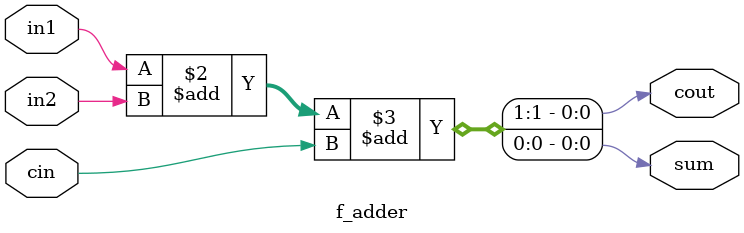
<source format=v>
module f_adder(in1, in2, cin, sum, cout);
	input in1;
	input in2;
	input cin;
	output sum;
	output cout;

	reg sum;
	reg cout;
	//TODO: write one bit adder here
	always @* begin
		{cout,sum} = in1 + in2 + cin;
	end

endmodule

</source>
